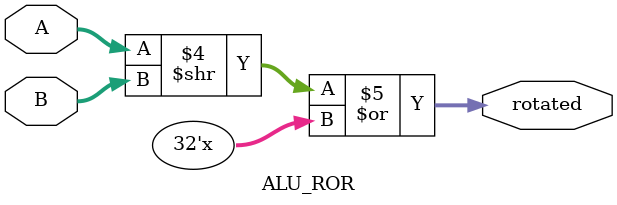
<source format=v>
module ALU_ROR(input[31:0] A, input [4:0] B,
					output reg[31:0] rotated);
					
	reg[31:0] temp;
	always @(*) begin
		temp <= A << 32 - B;
		rotated <= (A >> B) | temp;
	end
endmodule

</source>
